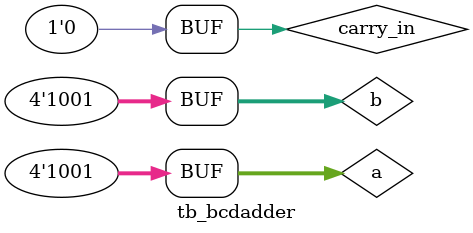
<source format=v>
module bcd_adder(a,b,carry_in,sum,carry);

	input [3:0] a,b;
	input carry_in;

	output [3:0] sum;
	output carry;


	reg [4:0] sum_temp;
	reg [3:0] sum;
	reg carry;


	always @(a,b,carry_in)
	begin
		sum_temp = a+b+carry_in; 
		if(sum_temp > 9)
		begin
			sum_temp = sum_temp+6; //add 6, if result is more than 9.
			carry = 1; //set the carry output
			sum = sum_temp[3:0];
		end
		else
		begin
			carry = 0;
			sum = sum_temp[3:0];
		end
	end
endmodule

module tb_bcdadder;
	
	reg [3:0] a;
	reg [3:0] b;
	reg carry_in;

	
	wire [3:0] sum;
	wire carry;
	
	
	bcd_adder uut (.a(a),.b(b),.carry_in(carry_in),.sum(sum),.carry(carry));
	initial begin
	$monitor("A = %b ,B= %b , Sum = %b , carry = %b ",a,b,sum,carry);
	$dumpfile("bcd.vcd");
	$dumpvars;	
	
a = 0; b = 0; carry_in = 0;#5
a = 0; b = 1; carry_in = 0;#5
a = 0; b = 2; carry_in = 0;#5
a = 0; b = 3; carry_in = 0;#5
a = 0; b = 4; carry_in = 0;#5
a = 0; b = 5; carry_in = 0;#5
a = 0; b = 6; carry_in = 0;#5
a = 0; b = 7; carry_in = 0;#5
a = 0; b = 8; carry_in = 0;#5
a = 0; b = 9; carry_in = 0;#5

a = 1; b = 0; carry_in = 0;#5
a = 1; b = 1; carry_in = 0;#5
a = 1; b = 2; carry_in = 0;#5
a = 1; b = 3; carry_in = 0;#5
a = 1; b = 4; carry_in = 0;#5
a = 1; b = 5; carry_in = 0;#5
a = 1; b = 6; carry_in = 0;#5
a = 1; b = 7; carry_in = 0;#5
a = 1; b = 8; carry_in = 0;#5
a = 1; b = 9; carry_in = 0;#5

a = 2; b = 0; carry_in = 0;#5
a = 2; b = 1; carry_in = 0;#5
a = 2; b = 2; carry_in = 0;#5
a = 2; b = 3; carry_in = 0;#5
a = 2; b = 4; carry_in = 0;#5
a = 2; b = 5; carry_in = 0;#5
a = 2; b = 6; carry_in = 0;#5
a = 2; b = 7; carry_in = 0;#5
a = 2; b = 8; carry_in = 0;#5
a = 2; b = 9; carry_in = 0;#5

a = 3; b = 0; carry_in = 0;#5
a = 3; b = 1; carry_in = 0;#5
a = 3; b = 2; carry_in = 0;#5
a = 3; b = 3; carry_in = 0;#5
a = 3; b = 4; carry_in = 0;#5
a = 3; b = 5; carry_in = 0;#5
a = 3; b = 6; carry_in = 0;#5
a = 3; b = 7; carry_in = 0;#5
a = 3; b = 8; carry_in = 0;#5
a = 3; b = 9; carry_in = 0;#5

a = 4; b = 0; carry_in = 0;#5
a = 4; b = 1; carry_in = 0;#5
a = 4; b = 2; carry_in = 0;#5
a = 4; b = 3; carry_in = 0;#5
a = 4; b = 4; carry_in = 0;#5
a = 4; b = 5; carry_in = 0;#5
a = 4; b = 6; carry_in = 0;#5
a = 4; b = 7; carry_in = 0;#5
a = 4; b = 8; carry_in = 0;#5
a = 4; b = 9; carry_in = 0;#5

a = 5; b = 0; carry_in = 0;#5
a = 5; b = 1; carry_in = 0;#5
a = 5; b = 2; carry_in = 0;#5
a = 5; b = 3; carry_in = 0;#5
a = 5; b = 4; carry_in = 0;#5
a = 5; b = 5; carry_in = 0;#5
a = 5; b = 6; carry_in = 0;#5
a = 5; b = 7; carry_in = 0;#5
a = 5; b = 8; carry_in = 0;#5
a = 5; b = 9; carry_in = 0;#5

a = 6; b = 0; carry_in = 0;#5
a = 6; b = 1; carry_in = 0;#5
a = 6; b = 2; carry_in = 0;#5
a = 6; b = 3; carry_in = 0;#5
a = 6; b = 4; carry_in = 0;#5
a = 6; b = 5; carry_in = 0;#5
a = 6; b = 6; carry_in = 0;#5
a = 6; b = 7; carry_in = 0;#5
a = 6; b = 8; carry_in = 0;#5
a = 6; b = 9; carry_in = 0;#5

a = 7; b = 0; carry_in = 0;#5
a = 7; b = 1; carry_in = 0;#5
a = 7; b = 2; carry_in = 0;#5
a = 7; b = 3; carry_in = 0;#5
a = 7; b = 4; carry_in = 0;#5
a = 7; b = 5; carry_in = 0;#5
a = 7; b = 6; carry_in = 0;#5
a = 7; b = 7; carry_in = 0;#5
a = 7; b = 8; carry_in = 0;#5
a = 7; b = 9; carry_in = 0;#5

a = 8; b = 0; carry_in = 0;#5
a = 8; b = 1; carry_in = 0;#5
a = 8; b = 2; carry_in = 0;#5
a = 8; b = 3; carry_in = 0;#5
a = 8; b = 4; carry_in = 0;#5
a = 8; b = 5; carry_in = 0;#5
a = 8; b = 6; carry_in = 0;#5
a = 8; b = 7; carry_in = 0;#5
a = 8; b = 8; carry_in = 0;#5
a = 8; b = 9; carry_in = 0;#5

a = 9; b = 0; carry_in = 0;#5
a = 9; b = 1; carry_in = 0;#5
a = 9; b = 2; carry_in = 0;#5
a = 9; b = 3; carry_in = 0;#5
a = 9; b = 4; carry_in = 0;#5
a = 9; b = 5; carry_in = 0;#5
a = 9; b = 6; carry_in = 0;#5
a = 9; b = 7; carry_in = 0;#5
a = 9; b = 8; carry_in = 0;#5
a = 9; b = 9; carry_in = 0;
	end
endmodule

</source>
